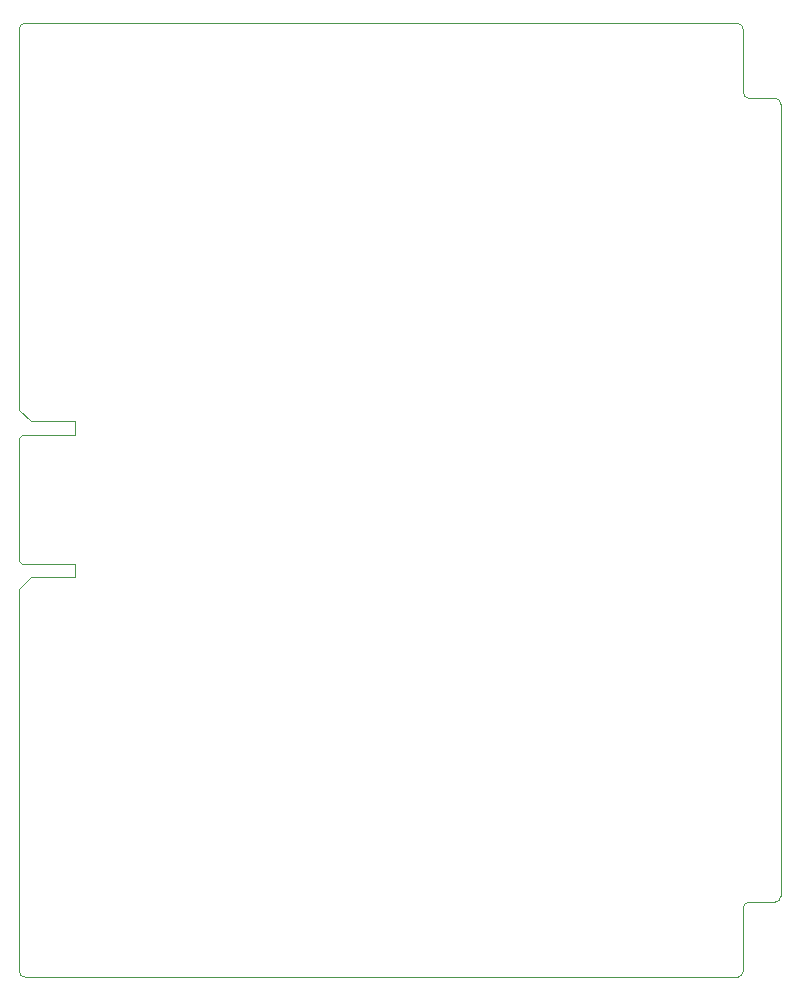
<source format=gm1>
G04 #@! TF.GenerationSoftware,KiCad,Pcbnew,8.0.7*
G04 #@! TF.CreationDate,2025-04-08T18:23:23-04:00*
G04 #@! TF.ProjectId,accessory_v4,61636365-7373-46f7-9279-5f76342e6b69,rev?*
G04 #@! TF.SameCoordinates,Original*
G04 #@! TF.FileFunction,Profile,NP*
%FSLAX46Y46*%
G04 Gerber Fmt 4.6, Leading zero omitted, Abs format (unit mm)*
G04 Created by KiCad (PCBNEW 8.0.7) date 2025-04-08 18:23:23*
%MOMM*%
%LPD*%
G01*
G04 APERTURE LIST*
G04 #@! TA.AperFunction,Profile*
%ADD10C,0.010000*%
G04 #@! TD*
G04 APERTURE END LIST*
D10*
X62330000Y-74400000D02*
X64500000Y-74400000D01*
X62330000Y-6350000D02*
G75*
G02*
X61810000Y-5870000I-20000J500000D01*
G01*
X1000000Y-80750000D02*
G75*
G02*
X500000Y-80250000I7710J507710D01*
G01*
X64500000Y-6350000D02*
G75*
G02*
X65000000Y-6860000I-5000J-505000D01*
G01*
X61810000Y-80250000D02*
G75*
G02*
X61330000Y-80750000I-490000J-10000D01*
G01*
X500000Y-80250000D02*
X500000Y-47900000D01*
X61810000Y-74880000D02*
G75*
G02*
X62330000Y-74400000I500000J-20000D01*
G01*
X65000000Y-6860000D02*
X65000000Y-73900000D01*
X61810000Y-80250000D02*
X61810000Y-74880000D01*
X62330000Y-6350000D02*
X64500000Y-6350000D01*
X61810000Y-500000D02*
X61810000Y-5870000D01*
X1000000Y0D02*
X61330000Y0D01*
X61330000Y0D02*
G75*
G02*
X61810000Y-500000I-10000J-490000D01*
G01*
X65000000Y-73900000D02*
G75*
G02*
X64500000Y-74400000I-500000J0D01*
G01*
X1000000Y-80750000D02*
X61330000Y-80750000D01*
X500000Y-500000D02*
G75*
G02*
X1000000Y0I507710J-7710D01*
G01*
X500000Y-32700000D02*
X500000Y-500000D01*
X500000Y-35100000D02*
X750000Y-34850000D01*
X500000Y-45500000D02*
X500000Y-35100000D01*
X500000Y-45500000D02*
X750000Y-45750000D01*
X750000Y-34850000D02*
X5200000Y-34850000D01*
X1500000Y-33700000D02*
X500000Y-32700000D01*
X1500000Y-46900000D02*
X500000Y-47900000D01*
X5200000Y-33700000D02*
X1500000Y-33700000D01*
X5200000Y-34850000D02*
X5200000Y-33700000D01*
X5200000Y-45750000D02*
X750000Y-45750000D01*
X5200000Y-45750000D02*
X5200000Y-46900000D01*
X5200000Y-46900000D02*
X1500000Y-46900000D01*
M02*

</source>
